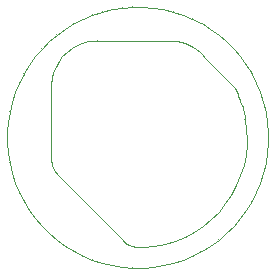
<source format=gko>
G04*
G04 #@! TF.GenerationSoftware,Altium Limited,Altium Designer,19.1.5 (86)*
G04*
G04 Layer_Color=16711935*
%FSAX25Y25*%
%MOIN*%
G70*
G01*
G75*
%ADD14C,0.00394*%
%ADD15C,0.00394*%
D14*
X0190479Y0181265D02*
G03*
X0190471Y0181280I-0000176J-0000088D01*
G01*
X0190478Y0181266D02*
G03*
X0190471Y0181280I-0000175J-0000089D01*
G01*
X0192030Y0178220D02*
G03*
X0192023Y0178234I-0000182J-0000075D01*
G01*
X0186684Y0186948D02*
G03*
X0186674Y0186960I-0000159J-0000116D01*
G01*
X0188692Y0184182D02*
G03*
X0188684Y0184195I-0000168J-0000103D01*
G01*
X0188692Y0184182D02*
G03*
X0188684Y0184195I-0000168J-0000103D01*
G01*
X0193337Y0175062D02*
G03*
X0193332Y0175076I-0000187J-0000061D01*
G01*
X0193337Y0175061D02*
G03*
X0193337Y0175062I-0000187J-0000060D01*
G01*
X0193337Y0175062D02*
G03*
X0193332Y0175076I-0000187J-0000061D01*
G01*
X0192030Y0178220D02*
G03*
X0192022Y0178236I-0000182J-0000075D01*
G01*
X0186674Y0186959D02*
G03*
X0186674Y0186960I-0000150J-0000128D01*
G01*
X0186684Y0186948D02*
G03*
X0186674Y0186959I-0000159J-0000116D01*
G01*
X0185880Y0174203D02*
G03*
X0185900Y0174153I0000191J0000049D01*
G01*
X0185880Y0174202D02*
G03*
X0185901Y0174152I0000190J0000050D01*
G01*
X0194393Y0171810D02*
G03*
X0194389Y0171825I-0000192J-0000046D01*
G01*
X0194389Y0171825D02*
G03*
X0194389Y0171826I-0000187J-0000060D01*
G01*
X0194393Y0171810D02*
G03*
X0194389Y0171825I-0000192J-0000046D01*
G01*
X0187688Y0169296D02*
G03*
X0187699Y0169258I0000194J0000035D01*
G01*
X0187688Y0169297D02*
G03*
X0187688Y0169296I0000194J0000034D01*
G01*
X0187688Y0169296D02*
G03*
X0187699Y0169258I0000194J0000034D01*
G01*
X0186801Y0171514D02*
G03*
X0186832Y0171431I0000195J0000026D01*
G01*
X0186800Y0171516D02*
G03*
X0186832Y0171431I0000195J0000025D01*
G01*
X0173768Y0197982D02*
G03*
X0173755Y0197990I-0000103J-0000168D01*
G01*
X0176683Y0196196D02*
G03*
X0176670Y0196204I-0000116J-0000159D01*
G01*
X0176683Y0196196D02*
G03*
X0176670Y0196204I-0000116J-0000159D01*
G01*
X0170724Y0199534D02*
G03*
X0170709Y0199541I-0000091J-0000175D01*
G01*
X0170722Y0199535D02*
G03*
X0170709Y0199541I-0000089J-0000175D01*
G01*
X0173768Y0197982D02*
G03*
X0173753Y0197991I-0000103J-0000168D01*
G01*
X0182048Y0191964D02*
G03*
X0182036Y0191976I-0000140J-0000138D01*
G01*
X0182036Y0191975D02*
G03*
X0182035Y0191976I-0000128J-0000149D01*
G01*
X0182047Y0191965D02*
G03*
X0182036Y0191975I-0000139J-0000139D01*
G01*
X0179448Y0194186D02*
G03*
X0179436Y0194195I-0000128J-0000150D01*
G01*
X0179447Y0194186D02*
G03*
X0179436Y0194195I-0000128J-0000150D01*
G01*
X0179448Y0194185D02*
G03*
X0179447Y0194186I-0000128J-0000149D01*
G01*
X0167564Y0200844D02*
G03*
X0167550Y0200849I-0000075J-0000182D01*
G01*
X0167551Y0200849D02*
G03*
X0167549Y0200849I-0000061J-0000187D01*
G01*
X0167564Y0200844D02*
G03*
X0167551Y0200849I-0000075J-0000182D01*
G01*
X0164313Y0201901D02*
G03*
X0164298Y0201905I-0000060J-0000187D01*
G01*
X0164314Y0201900D02*
G03*
X0164313Y0201901I-0000061J-0000187D01*
G01*
X0184464Y0189548D02*
G03*
X0184453Y0189559I-0000149J-0000128D01*
G01*
X0184464Y0189547D02*
G03*
X0184464Y0189548I-0000150J-0000128D01*
G01*
X0184464Y0189548D02*
G03*
X0184452Y0189560I-0000150J-0000128D01*
G01*
X0174592Y0186752D02*
G03*
X0174610Y0186733I0000154J0000122D01*
G01*
X0174592Y0186752D02*
G03*
X0174607Y0186735I0000154J0000122D01*
G01*
X0174593Y0186751D02*
G03*
X0174610Y0186733I0000154J0000123D01*
G01*
X0174592Y0186753D02*
G03*
X0174593Y0186751I0000155J0000121D01*
G01*
X0195725Y0165109D02*
G03*
X0195723Y0165125I-0000196J-0000014D01*
G01*
X0195725Y0165110D02*
G03*
X0195723Y0165125I-0000196J-0000015D01*
G01*
X0195992Y0161702D02*
G03*
X0195992Y0161718I-0000197J0000000D01*
G01*
X0195992Y0161702D02*
G03*
X0195992Y0161717I-0000197J0000000D01*
G01*
X0195190Y0168486D02*
G03*
X0195187Y0168501I-0000195J-0000031D01*
G01*
X0195190Y0168486D02*
G03*
X0195187Y0168501I-0000195J-0000031D01*
G01*
X0188263Y0165953D02*
G03*
X0188263Y0165929I0000197J-0000007D01*
G01*
X0188263Y0165954D02*
G03*
X0188264Y0165925I0000197J-0000009D01*
G01*
X0188263Y0165953D02*
G03*
X0188264Y0165925I0000197J-0000007D01*
G01*
X0195992Y0158283D02*
G03*
X0195992Y0158299I-0000196J0000015D01*
G01*
X0195992Y0158282D02*
G03*
X0195992Y0158299I-0000196J0000017D01*
G01*
X0195723Y0154875D02*
G03*
X0195725Y0154892I-0000195J0000031D01*
G01*
X0195723Y0154875D02*
G03*
X0195725Y0154890I-0000195J0000031D01*
G01*
X0195187Y0151499D02*
G03*
X0195190Y0151514I-0000192J0000046D01*
G01*
X0195187Y0151499D02*
G03*
X0195190Y0151514I-0000192J0000046D01*
G01*
X0194389Y0148175D02*
G03*
X0194393Y0148190I-0000187J0000061D01*
G01*
X0194389Y0148175D02*
G03*
X0194393Y0148190I-0000187J0000060D01*
G01*
X0194389Y0148174D02*
G03*
X0194389Y0148175I-0000187J0000061D01*
G01*
X0193332Y0144924D02*
G03*
X0193337Y0144938I-0000182J0000075D01*
G01*
X0193337Y0144938D02*
G03*
X0193337Y0144939I-0000187J0000061D01*
G01*
X0193332Y0144924D02*
G03*
X0193337Y0144938I-0000182J0000075D01*
G01*
X0192023Y0141766D02*
G03*
X0192030Y0141780I-0000175J0000089D01*
G01*
X0192022Y0141764D02*
G03*
X0192030Y0141780I-0000175J0000091D01*
G01*
X0190471Y0138720D02*
G03*
X0190479Y0138735I-0000168J0000103D01*
G01*
X0190471Y0138720D02*
G03*
X0190478Y0138733I-0000168J0000103D01*
G01*
X0188684Y0135805D02*
G03*
X0188692Y0135818I-0000159J0000116D01*
G01*
X0188684Y0135805D02*
G03*
X0188692Y0135818I-0000159J0000116D01*
G01*
X0186674Y0133040D02*
G03*
X0186684Y0133052I-0000150J0000128D01*
G01*
X0186674Y0133041D02*
G03*
X0186684Y0133052I-0000150J0000128D01*
G01*
X0186674Y0133040D02*
G03*
X0186674Y0133041I-0000149J0000128D01*
G01*
X0184464Y0130452D02*
G03*
X0184464Y0130453I-0000149J0000128D01*
G01*
X0184453Y0130441D02*
G03*
X0184464Y0130452I-0000139J0000139D01*
G01*
X0184452Y0130440D02*
G03*
X0184464Y0130453I-0000138J0000140D01*
G01*
X0182036Y0128025D02*
G03*
X0182047Y0128035I-0000128J0000149D01*
G01*
X0182035Y0128024D02*
G03*
X0182036Y0128025I-0000128J0000150D01*
G01*
X0182036Y0128024D02*
G03*
X0182048Y0128036I-0000128J0000150D01*
G01*
X0179447Y0125814D02*
G03*
X0179448Y0125814I-0000128J0000150D01*
G01*
X0179436Y0125805D02*
G03*
X0179447Y0125814I-0000116J0000159D01*
G01*
X0179436Y0125805D02*
G03*
X0179448Y0125814I-0000116J0000159D01*
G01*
X0176670Y0123796D02*
G03*
X0176683Y0123804I-0000103J0000168D01*
G01*
X0176670Y0123796D02*
G03*
X0176683Y0123804I-0000103J0000168D01*
G01*
X0173755Y0122010D02*
G03*
X0173768Y0122018I-0000089J0000175D01*
G01*
X0173753Y0122010D02*
G03*
X0173768Y0122018I-0000088J0000176D01*
G01*
X0170709Y0120459D02*
G03*
X0170724Y0120466I-0000075J0000182D01*
G01*
X0170709Y0120459D02*
G03*
X0170722Y0120465I-0000075J0000182D01*
G01*
X0167551Y0119151D02*
G03*
X0167564Y0119156I-0000061J0000187D01*
G01*
X0167549Y0119151D02*
G03*
X0167551Y0119151I-0000060J0000187D01*
G01*
X0167550Y0119151D02*
G03*
X0167564Y0119156I-0000061J0000187D01*
G01*
X0164313Y0118099D02*
G03*
X0164314Y0118100I-0000060J0000187D01*
G01*
X0164298Y0118095D02*
G03*
X0164313Y0118099I-0000046J0000192D01*
G01*
X0154206Y0203503D02*
G03*
X0154190Y0203504I-0000017J-0000196D01*
G01*
X0154205Y0203503D02*
G03*
X0154190Y0203504I-0000015J-0000196D01*
G01*
X0157613Y0203235D02*
G03*
X0157598Y0203236I-0000031J-0000195D01*
G01*
X0157613Y0203235D02*
G03*
X0157597Y0203237I-0000031J-0000195D01*
G01*
X0150787Y0203504D02*
G03*
X0150771Y0203503I0000000J-0000197D01*
G01*
X0150787Y0203504D02*
G03*
X0150770Y0203503I0000000J-0000197D01*
G01*
X0160989Y0202699D02*
G03*
X0160974Y0202702I-0000046J-0000192D01*
G01*
X0164313Y0201901D02*
G03*
X0164298Y0201905I-0000061J-0000187D01*
G01*
X0160989Y0202699D02*
G03*
X0160974Y0202702I-0000046J-0000192D01*
G01*
X0147380Y0203237D02*
G03*
X0147363Y0203235I0000014J-0000196D01*
G01*
X0147379Y0203236D02*
G03*
X0147363Y0203235I0000015J-0000196D01*
G01*
X0144002Y0202702D02*
G03*
X0143987Y0202699I0000031J-0000195D01*
G01*
X0144002Y0202702D02*
G03*
X0143987Y0202699I0000031J-0000195D01*
G01*
X0140678Y0201905D02*
G03*
X0140663Y0201901I0000046J-0000192D01*
G01*
X0140664Y0201901D02*
G03*
X0140662Y0201900I0000060J-0000187D01*
G01*
X0140678Y0201905D02*
G03*
X0140664Y0201901I0000046J-0000192D01*
G01*
X0137426Y0200849D02*
G03*
X0137412Y0200844I0000061J-0000187D01*
G01*
X0137427Y0200849D02*
G03*
X0137426Y0200849I0000060J-0000187D01*
G01*
X0137426Y0200849D02*
G03*
X0137412Y0200844I0000061J-0000187D01*
G01*
X0134268Y0199541D02*
G03*
X0134254Y0199535I0000075J-0000182D01*
G01*
X0134268Y0199541D02*
G03*
X0134253Y0199534I0000075J-0000182D01*
G01*
X0139051Y0192216D02*
G03*
X0139055Y0192216I0000000J0000197D01*
G01*
X0139051Y0192216D02*
G03*
X0139055Y0192216I0000000J0000197D01*
G01*
X0131223Y0197991D02*
G03*
X0131208Y0197982I0000088J-0000176D01*
G01*
X0131222Y0197990D02*
G03*
X0131208Y0197982I0000089J-0000175D01*
G01*
X0128307Y0196204D02*
G03*
X0128294Y0196196I0000103J-0000168D01*
G01*
X0128307Y0196204D02*
G03*
X0128294Y0196196I0000103J-0000168D01*
G01*
X0125541Y0194195D02*
G03*
X0125528Y0194186I0000116J-0000159D01*
G01*
X0125529Y0194186D02*
G03*
X0125528Y0194185I0000128J-0000150D01*
G01*
X0125541Y0194195D02*
G03*
X0125529Y0194186I0000116J-0000159D01*
G01*
X0122940Y0191975D02*
G03*
X0122929Y0191965I0000128J-0000149D01*
G01*
X0122941Y0191976D02*
G03*
X0122940Y0191975I0000128J-0000150D01*
G01*
X0122941Y0191976D02*
G03*
X0122928Y0191964I0000128J-0000150D01*
G01*
X0120524Y0189560D02*
G03*
X0120512Y0189548I0000138J-0000140D01*
G01*
X0120513Y0189548D02*
G03*
X0120512Y0189547I0000149J-0000128D01*
G01*
X0120523Y0189559D02*
G03*
X0120513Y0189548I0000139J-0000139D01*
G01*
X0118302Y0186959D02*
G03*
X0118293Y0186948I0000150J-0000128D01*
G01*
X0118303Y0186960D02*
G03*
X0118302Y0186959I0000149J-0000128D01*
G01*
X0118302Y0186960D02*
G03*
X0118293Y0186948I0000150J-0000128D01*
G01*
X0116293Y0184195D02*
G03*
X0116284Y0184182I0000159J-0000116D01*
G01*
X0116293Y0184195D02*
G03*
X0116284Y0184182I0000159J-0000116D01*
G01*
X0114506Y0181280D02*
G03*
X0114498Y0181266I0000168J-0000103D01*
G01*
X0114506Y0181280D02*
G03*
X0114498Y0181265I0000168J-0000103D01*
G01*
X0112954Y0178236D02*
G03*
X0112947Y0178220I0000175J-0000091D01*
G01*
X0112953Y0178234D02*
G03*
X0112947Y0178220I0000175J-0000089D01*
G01*
X0123591Y0176755D02*
G03*
X0123591Y0176756I-0000197J0000000D01*
G01*
Y0176755D02*
G03*
X0123591Y0176756I-0000197J0000000D01*
G01*
X0111644Y0175076D02*
G03*
X0111639Y0175062I0000182J-0000075D01*
G01*
X0111639Y0175062D02*
G03*
X0111639Y0175061I0000187J-0000061D01*
G01*
X0111644Y0175076D02*
G03*
X0111639Y0175062I0000182J-0000075D01*
G01*
X0110587Y0171825D02*
G03*
X0110583Y0171810I0000187J-0000060D01*
G01*
X0110588Y0171826D02*
G03*
X0110587Y0171825I0000187J-0000061D01*
G01*
X0110588Y0171825D02*
G03*
X0110583Y0171810I0000187J-0000061D01*
G01*
X0109789Y0168501D02*
G03*
X0109786Y0168486I0000192J-0000046D01*
G01*
X0109789Y0168501D02*
G03*
X0109786Y0168486I0000192J-0000046D01*
G01*
X0109254Y0165125D02*
G03*
X0109252Y0165110I0000195J-0000031D01*
G01*
X0109254Y0165125D02*
G03*
X0109252Y0165109I0000195J-0000031D01*
G01*
X0108985Y0161718D02*
G03*
X0108984Y0161702I0000196J-0000017D01*
G01*
X0108985Y0161717D02*
G03*
X0108984Y0161702I0000196J-0000015D01*
G01*
Y0158299D02*
G03*
X0108985Y0158283I0000197J0000000D01*
G01*
X0108984Y0158299D02*
G03*
X0108985Y0158282I0000197J0000000D01*
G01*
X0147882Y0125356D02*
G03*
X0147876Y0125363I-0000145J-0000133D01*
G01*
X0147882Y0125356D02*
G03*
X0147875Y0125364I-0000145J-0000133D01*
G01*
X0164298Y0118095D02*
G03*
X0164313Y0118099I-0000046J0000192D01*
G01*
X0160974Y0117298D02*
G03*
X0160989Y0117301I-0000031J0000195D01*
G01*
X0160974Y0117298D02*
G03*
X0160989Y0117301I-0000031J0000195D01*
G01*
X0157597Y0116763D02*
G03*
X0157613Y0116765I-0000014J0000196D01*
G01*
X0157598Y0116764D02*
G03*
X0157613Y0116765I-0000015J0000196D01*
G01*
X0154190Y0116496D02*
G03*
X0154205Y0116497I0000000J0000197D01*
G01*
X0150770Y0116497D02*
G03*
X0150787Y0116496I0000017J0000196D01*
G01*
X0154190D02*
G03*
X0154206Y0116497I0000000J0000197D01*
G01*
X0150771Y0116497D02*
G03*
X0150787Y0116496I0000015J0000196D01*
G01*
X0137426Y0119151D02*
G03*
X0137427Y0119151I0000061J0000187D01*
G01*
X0137412Y0119156D02*
G03*
X0137426Y0119151I0000075J0000182D01*
G01*
X0140663Y0118099D02*
G03*
X0140678Y0118095I0000061J0000187D01*
G01*
X0140664Y0118099D02*
G03*
X0140678Y0118095I0000060J0000187D01*
G01*
X0140662Y0118100D02*
G03*
X0140664Y0118099I0000061J0000187D01*
G01*
X0137412Y0119156D02*
G03*
X0137426Y0119151I0000075J0000182D01*
G01*
X0134254Y0120465D02*
G03*
X0134268Y0120459I0000089J0000175D01*
G01*
X0147363Y0116765D02*
G03*
X0147379Y0116764I0000031J0000195D01*
G01*
X0147363Y0116765D02*
G03*
X0147380Y0116763I0000031J0000195D01*
G01*
X0143987Y0117301D02*
G03*
X0144002Y0117298I0000046J0000192D01*
G01*
X0143987Y0117301D02*
G03*
X0144002Y0117298I0000046J0000192D01*
G01*
X0123591Y0153709D02*
G03*
X0123591Y0153711I-0000197J0000000D01*
G01*
X0126463Y0146776D02*
G03*
X0126462Y0146777I-0000140J-0000138D01*
G01*
X0123591Y0153709D02*
G03*
X0123591Y0153711I-0000197J0000000D01*
G01*
X0109252Y0154892D02*
G03*
X0109254Y0154875I0000196J0000014D01*
G01*
X0109252Y0154890D02*
G03*
X0109254Y0154875I0000196J0000015D01*
G01*
X0111639Y0144938D02*
G03*
X0111644Y0144924I0000187J0000061D01*
G01*
X0111639Y0144939D02*
G03*
X0111639Y0144938I0000187J0000060D01*
G01*
X0110587Y0148175D02*
G03*
X0110588Y0148174I0000187J0000060D01*
G01*
X0110583Y0148190D02*
G03*
X0110587Y0148175I0000192J0000046D01*
G01*
X0109786Y0151514D02*
G03*
X0109789Y0151499I0000195J0000031D01*
G01*
X0110583Y0148190D02*
G03*
X0110588Y0148175I0000192J0000046D01*
G01*
X0109786Y0151514D02*
G03*
X0109789Y0151499I0000195J0000031D01*
G01*
X0122940Y0128025D02*
G03*
X0122941Y0128024I0000128J0000149D01*
G01*
X0122929Y0128035D02*
G03*
X0122940Y0128025I0000139J0000139D01*
G01*
X0125528Y0125814D02*
G03*
X0125541Y0125805I0000128J0000150D01*
G01*
X0125529Y0125814D02*
G03*
X0125541Y0125805I0000128J0000150D01*
G01*
X0125528Y0125814D02*
G03*
X0125529Y0125814I0000128J0000149D01*
G01*
X0120513Y0130452D02*
G03*
X0120523Y0130441I0000149J0000128D01*
G01*
X0120512Y0130453D02*
G03*
X0120513Y0130452I0000150J0000128D01*
G01*
X0122928Y0128036D02*
G03*
X0122941Y0128024I0000140J0000138D01*
G01*
X0120512Y0130453D02*
G03*
X0120524Y0130440I0000150J0000128D01*
G01*
X0131208Y0122018D02*
G03*
X0131222Y0122010I0000103J0000168D01*
G01*
X0134253Y0120466D02*
G03*
X0134268Y0120459I0000091J0000175D01*
G01*
X0131208Y0122018D02*
G03*
X0131223Y0122010I0000103J0000168D01*
G01*
X0128294Y0123804D02*
G03*
X0128307Y0123796I0000116J0000159D01*
G01*
X0128294Y0123804D02*
G03*
X0128307Y0123796I0000116J0000159D01*
G01*
X0114498Y0138733D02*
G03*
X0114506Y0138720I0000175J0000089D01*
G01*
X0114498Y0138735D02*
G03*
X0114506Y0138720I0000176J0000088D01*
G01*
X0111639Y0144938D02*
G03*
X0111644Y0144924I0000187J0000061D01*
G01*
X0112947Y0141780D02*
G03*
X0112953Y0141766I0000182J0000075D01*
G01*
X0112947Y0141780D02*
G03*
X0112954Y0141764I0000182J0000075D01*
G01*
X0118293Y0133052D02*
G03*
X0118302Y0133040I0000159J0000116D01*
G01*
X0118302Y0133041D02*
G03*
X0118303Y0133040I0000150J0000128D01*
G01*
X0118293Y0133052D02*
G03*
X0118302Y0133041I0000159J0000116D01*
G01*
X0116284Y0135818D02*
G03*
X0116293Y0135805I0000168J0000103D01*
G01*
X0116284Y0135818D02*
G03*
X0116293Y0135805I0000168J0000103D01*
G01*
X0188692Y0184182D02*
X0190471Y0181280D01*
X0190478Y0181266D02*
X0190479Y0181265D01*
X0192022Y0178236D01*
X0192023Y0178234D01*
X0186684Y0186948D02*
X0188684Y0184195D01*
X0192030Y0178220D02*
X0193332Y0175076D01*
X0193337Y0175062D02*
X0193337Y0175062D01*
X0193337Y0175061D01*
X0194389Y0171826D01*
X0194389Y0171825D01*
X0194389Y0171825D01*
X0184464Y0189548D02*
X0184464Y0189548D01*
X0184464Y0189547D01*
X0186674Y0186960D01*
X0186674Y0186960D01*
X0186674Y0186959D01*
X0185552Y0175184D02*
X0185792Y0174536D01*
X0185900Y0174153D02*
X0185901Y0174152D01*
X0186076Y0173849D01*
X0185792Y0174536D02*
X0185880Y0174203D01*
X0185880Y0174202D01*
X0187262Y0170677D02*
X0187478Y0170139D01*
X0187637Y0169582D01*
X0187688Y0169297D01*
X0187688Y0169296D01*
X0187688Y0169296D01*
X0186076Y0173849D02*
X0186367Y0173210D01*
X0186594Y0172546D01*
X0186993Y0171190D02*
X0187262Y0170677D01*
X0186594Y0172546D02*
X0186754Y0171862D01*
X0186832Y0171431D02*
X0186993Y0171190D01*
X0186754Y0171862D02*
X0186800Y0171516D01*
X0186801Y0171514D01*
X0173768Y0197982D02*
X0176670Y0196204D01*
X0173753Y0197991D02*
X0173755Y0197990D01*
X0170724Y0199534D02*
X0173753Y0197991D01*
X0170722Y0199535D02*
X0170724Y0199534D01*
X0182036Y0191976D02*
X0182036Y0191975D01*
X0182035Y0191976D02*
X0182036Y0191976D01*
X0179448Y0194185D02*
X0182035Y0191976D01*
X0179448Y0194186D02*
X0179448Y0194185D01*
X0179447Y0194186D02*
X0179448Y0194186D01*
X0182047Y0191965D02*
X0182048Y0191964D01*
X0184452Y0189560D01*
X0184453Y0189559D01*
X0176683Y0196196D02*
X0179436Y0194195D01*
X0167564Y0200844D02*
X0170709Y0199541D01*
X0167550Y0200849D02*
X0167551Y0200849D01*
X0167549Y0200849D02*
X0167550Y0200849D01*
X0164314Y0201900D02*
X0167549Y0200849D01*
X0164313Y0201901D02*
X0164314Y0201900D01*
X0164313Y0201901D02*
X0164313Y0201901D01*
X0166902Y0191829D02*
X0168275Y0191387D01*
X0164788Y0192216D02*
X0165493Y0192135D01*
X0166902Y0191829D01*
X0185248Y0175805D02*
X0185552Y0175184D01*
X0184886Y0176393D02*
X0185248Y0175805D01*
X0174610Y0186733D02*
X0184685Y0176658D01*
X0174607Y0186735D02*
X0174610Y0186733D01*
X0184685Y0176658D02*
X0184886Y0176393D01*
X0168275Y0191387D02*
X0169598Y0190812D01*
X0170858Y0190110D01*
X0173142Y0188355D02*
X0174144Y0187317D01*
X0174592Y0186753D01*
X0174592Y0186752D01*
X0174593Y0186751D01*
X0170858Y0190110D02*
X0172043Y0189289D01*
X0173142Y0188355D01*
X0195725Y0165110D02*
X0195725Y0165109D01*
X0195992Y0161718D01*
X0195992Y0161717D01*
X0195190Y0168486D02*
X0195723Y0165125D01*
X0194393Y0171810D02*
X0195187Y0168501D01*
X0195992Y0160000D02*
Y0161702D01*
Y0158299D02*
Y0160000D01*
X0188223Y0167219D02*
X0188278Y0166375D01*
X0188827Y0159556D02*
X0188827Y0157787D01*
X0188263Y0165929D02*
X0188264Y0165925D01*
X0188827Y0159556D01*
X0195992Y0158282D02*
X0195992Y0158283D01*
X0195725Y0154892D02*
X0195992Y0158282D01*
X0195725Y0154890D02*
X0195725Y0154892D01*
X0195190Y0151514D02*
X0195723Y0154875D01*
X0194393Y0148190D02*
X0195187Y0151499D01*
X0194389Y0148175D02*
X0194389Y0148175D01*
X0194389Y0148174D02*
X0194389Y0148175D01*
X0193337Y0144939D02*
X0194389Y0148174D01*
X0193337Y0144938D02*
X0193337Y0144939D01*
X0193337Y0144938D02*
X0193337Y0144938D01*
X0192030Y0141780D02*
X0193332Y0144924D01*
X0188478Y0154250D02*
X0188827Y0157787D01*
X0187785Y0150763D02*
X0188478Y0154250D01*
X0192022Y0141764D02*
X0192023Y0141766D01*
X0190479Y0138735D02*
X0192022Y0141764D01*
X0190478Y0138733D02*
X0190479Y0138735D01*
X0188692Y0135818D02*
X0190471Y0138720D01*
X0186684Y0133052D02*
X0188684Y0135805D01*
X0188081Y0168052D02*
X0188223Y0167219D01*
X0188263Y0165954D02*
X0188278Y0166375D01*
X0188263Y0165953D02*
X0188263Y0165954D01*
X0187699Y0169258D02*
X0187853Y0168865D01*
X0188081Y0168052D01*
X0186753Y0147362D02*
X0187785Y0150763D01*
X0185393Y0144078D02*
X0186753Y0147362D01*
X0186674Y0133040D02*
X0186674Y0133041D01*
X0186674Y0133040D02*
X0186674Y0133040D01*
X0184464Y0130453D02*
X0186674Y0133040D01*
X0184464Y0130453D02*
X0184464Y0130453D01*
X0184464Y0130452D02*
X0184464Y0130453D01*
X0183717Y0140943D02*
X0185393Y0144078D01*
X0181742Y0137987D02*
X0183717Y0140943D01*
X0179487Y0135239D02*
X0181742Y0137987D01*
X0176973Y0132726D02*
X0179487Y0135239D01*
X0174226Y0130471D02*
X0176973Y0132726D01*
X0184452Y0130440D02*
X0184453Y0130441D01*
X0182048Y0128036D02*
X0184452Y0130440D01*
X0182047Y0128035D02*
X0182048Y0128036D01*
X0182036Y0128024D02*
X0182036Y0128025D01*
X0182035Y0128024D02*
X0182036Y0128024D01*
X0179448Y0125814D02*
X0182035Y0128024D01*
X0179448Y0125814D02*
X0179448Y0125814D01*
X0179447Y0125814D02*
X0179448Y0125814D01*
X0176683Y0123804D02*
X0179436Y0125805D01*
X0173768Y0122018D02*
X0176670Y0123796D01*
X0171270Y0128496D02*
X0174226Y0130471D01*
X0168135Y0126820D02*
X0171270Y0128496D01*
X0164851Y0125460D02*
X0168135Y0126820D01*
X0173753Y0122010D02*
X0173755Y0122010D01*
X0170724Y0120466D02*
X0173753Y0122010D01*
X0170722Y0120465D02*
X0170724Y0120466D01*
X0167564Y0119156D02*
X0170709Y0120459D01*
X0167550Y0119151D02*
X0167551Y0119151D01*
X0167549Y0119151D02*
X0167550Y0119151D01*
X0164314Y0118100D02*
X0167549Y0119151D01*
X0164313Y0118099D02*
X0164314Y0118100D01*
X0164313Y0118099D02*
X0164313Y0118099D01*
X0157597Y0203237D02*
X0157598Y0203236D01*
X0154206Y0203503D02*
X0157597Y0203237D01*
X0154205Y0203503D02*
X0154206Y0203503D01*
X0150787Y0203504D02*
X0154190D01*
X0160989Y0202699D02*
X0164298Y0201905D01*
X0157613Y0203235D02*
X0160974Y0202702D01*
X0150770Y0203503D02*
X0150771Y0203503D01*
X0147380Y0203237D02*
X0150770Y0203503D01*
X0147379Y0203236D02*
X0147380Y0203237D01*
X0144002Y0202702D02*
X0147363Y0203235D01*
X0140678Y0201905D02*
X0143987Y0202699D01*
X0140663Y0201901D02*
X0140664Y0201901D01*
X0140662Y0201900D02*
X0140663Y0201901D01*
X0137427Y0200849D02*
X0140662Y0201900D01*
X0137426Y0200849D02*
X0137427Y0200849D01*
X0137426Y0200849D02*
X0137426Y0200849D01*
X0134268Y0199541D02*
X0137412Y0200844D01*
X0134253Y0199534D02*
X0134254Y0199535D01*
X0131223Y0197991D02*
X0134253Y0199534D01*
X0131222Y0197990D02*
X0131223Y0197991D01*
X0139055Y0192216D02*
X0164788Y0192216D01*
X0139051Y0192216D02*
X0139055D01*
X0138038Y0192217D02*
X0139051Y0192216D01*
X0136028Y0191953D02*
X0138038Y0192217D01*
X0134070Y0191429D02*
X0136028Y0191953D01*
X0132197Y0190654D02*
X0134070Y0191429D01*
X0128307Y0196204D02*
X0131208Y0197982D01*
X0130441Y0189641D02*
X0132197Y0190654D01*
X0128833Y0188407D02*
X0130441Y0189641D01*
X0127400Y0186974D02*
X0128833Y0188407D01*
X0125541Y0194195D02*
X0128294Y0196196D01*
X0126166Y0185366D02*
X0127400Y0186974D01*
X0125153Y0183610D02*
X0126166Y0185366D01*
X0124377Y0181737D02*
X0125153Y0183610D01*
X0123854Y0179779D02*
X0124377Y0181737D01*
X0125528Y0194186D02*
X0125529Y0194186D01*
X0125528Y0194185D02*
X0125528Y0194186D01*
X0122941Y0191976D02*
X0125528Y0194185D01*
X0122941Y0191976D02*
X0122941Y0191976D01*
X0122940Y0191975D02*
X0122941Y0191976D01*
X0122928Y0191964D02*
X0122929Y0191965D01*
X0120524Y0189560D02*
X0122928Y0191964D01*
X0120523Y0189559D02*
X0120524Y0189560D01*
X0120512Y0189548D02*
X0120513Y0189548D01*
X0120512Y0189547D02*
X0120512Y0189548D01*
X0118303Y0186960D02*
X0120512Y0189547D01*
X0118302Y0186960D02*
X0118303Y0186960D01*
X0118302Y0186959D02*
X0118302Y0186960D01*
X0116293Y0184195D02*
X0118293Y0186948D01*
X0114506Y0181280D02*
X0116284Y0184182D01*
X0114498Y0181265D02*
X0114498Y0181266D01*
X0112954Y0178236D02*
X0114498Y0181265D01*
X0112953Y0178234D02*
X0112954Y0178236D01*
X0123590Y0177769D02*
X0123854Y0179779D01*
X0123590Y0177769D02*
X0123591Y0176756D01*
X0111644Y0175076D02*
X0112947Y0178220D01*
X0111639Y0175062D02*
X0111639Y0175062D01*
X0111639Y0175061D02*
X0111639Y0175062D01*
X0110588Y0171826D02*
X0111639Y0175061D01*
X0110588Y0171825D02*
X0110588Y0171826D01*
X0110587Y0171825D02*
X0110588Y0171825D01*
X0109789Y0168501D02*
X0110583Y0171810D01*
X0109254Y0165125D02*
X0109786Y0168486D01*
X0109252Y0165109D02*
X0109252Y0165110D01*
X0108985Y0161718D02*
X0109252Y0165109D01*
X0108985Y0161717D02*
X0108985Y0161718D01*
X0108984Y0160000D02*
Y0161702D01*
Y0158299D02*
Y0160000D01*
X0161449Y0124428D02*
X0164851Y0125460D01*
X0157963Y0123735D02*
X0161449Y0124428D01*
X0154425Y0123386D02*
X0157963Y0123735D01*
X0150680Y0123645D02*
X0151983Y0123386D01*
X0152648Y0123386D01*
X0152648D02*
X0154425Y0123386D01*
X0147882Y0125356D02*
X0148346Y0124893D01*
X0147875Y0125364D02*
X0147876Y0125363D01*
X0126463Y0146776D02*
X0147875Y0125364D01*
X0126462Y0146777D02*
X0126463Y0146776D01*
X0149451Y0124154D02*
X0150680Y0123645D01*
X0148346Y0124893D02*
X0149451Y0124154D01*
X0160989Y0117301D02*
X0164298Y0118095D01*
X0157613Y0116765D02*
X0160974Y0117298D01*
X0157597Y0116763D02*
X0157598Y0116764D01*
X0154206Y0116497D02*
X0157597Y0116763D01*
X0154205Y0116497D02*
X0154206Y0116497D01*
X0150787Y0116496D02*
X0154190D01*
X0140663Y0118099D02*
X0140664Y0118099D01*
X0140662Y0118100D02*
X0140663Y0118099D01*
X0137427Y0119151D02*
X0140662Y0118100D01*
X0137426Y0119151D02*
X0137427Y0119151D01*
X0137426Y0119151D02*
X0137426Y0119151D01*
X0134268Y0120459D02*
X0137412Y0119156D01*
X0150770Y0116497D02*
X0150771Y0116497D01*
X0147380Y0116763D02*
X0150770Y0116497D01*
X0147379Y0116764D02*
X0147380Y0116763D01*
X0140678Y0118095D02*
X0143987Y0117301D01*
X0144002Y0117298D02*
X0147363Y0116765D01*
X0123967Y0150850D02*
X0124706Y0149066D01*
X0123591Y0152744D02*
X0123967Y0150850D01*
X0123591Y0153711D02*
Y0176755D01*
Y0153709D02*
Y0153711D01*
X0123591Y0152744D02*
Y0153709D01*
X0125779Y0147460D02*
X0126462Y0146777D01*
X0124706Y0149066D02*
X0125779Y0147460D01*
X0108985Y0158283D02*
X0108985Y0158282D01*
X0109252Y0154892D01*
X0109252Y0154890D01*
X0110587Y0148175D02*
X0110588Y0148175D01*
X0110588Y0148174D01*
X0111639Y0144939D01*
X0111639Y0144938D01*
X0111639Y0144938D01*
X0109254Y0154875D02*
X0109786Y0151514D01*
X0109789Y0151499D02*
X0110583Y0148190D01*
X0125528Y0125814D02*
X0125529Y0125814D01*
X0125528Y0125814D02*
X0125528Y0125814D01*
X0122941Y0128024D02*
X0125528Y0125814D01*
X0122941Y0128024D02*
X0122941Y0128024D01*
X0122940Y0128025D02*
X0122941Y0128024D01*
X0120523Y0130441D02*
X0120524Y0130440D01*
X0122928Y0128036D01*
X0122929Y0128035D01*
X0134253Y0120466D02*
X0134254Y0120465D01*
X0131223Y0122010D02*
X0134253Y0120466D01*
X0131222Y0122010D02*
X0131223Y0122010D01*
X0125541Y0125805D02*
X0128294Y0123804D01*
X0128307Y0123796D02*
X0131208Y0122018D01*
X0112953Y0141766D02*
X0112954Y0141764D01*
X0114498Y0138735D01*
X0114498Y0138733D01*
X0111644Y0144924D02*
X0112947Y0141780D01*
X0118302Y0133041D02*
X0118302Y0133040D01*
X0118303Y0133040D01*
X0120512Y0130453D01*
X0120512Y0130453D01*
X0120513Y0130452D01*
X0114506Y0138720D02*
X0116284Y0135818D01*
X0116293Y0135805D02*
X0118293Y0133052D01*
D15*
X0139051Y0192216D02*
D03*
X0152648Y0123386D02*
D03*
D03*
X0123591Y0153709D02*
D03*
M02*

</source>
